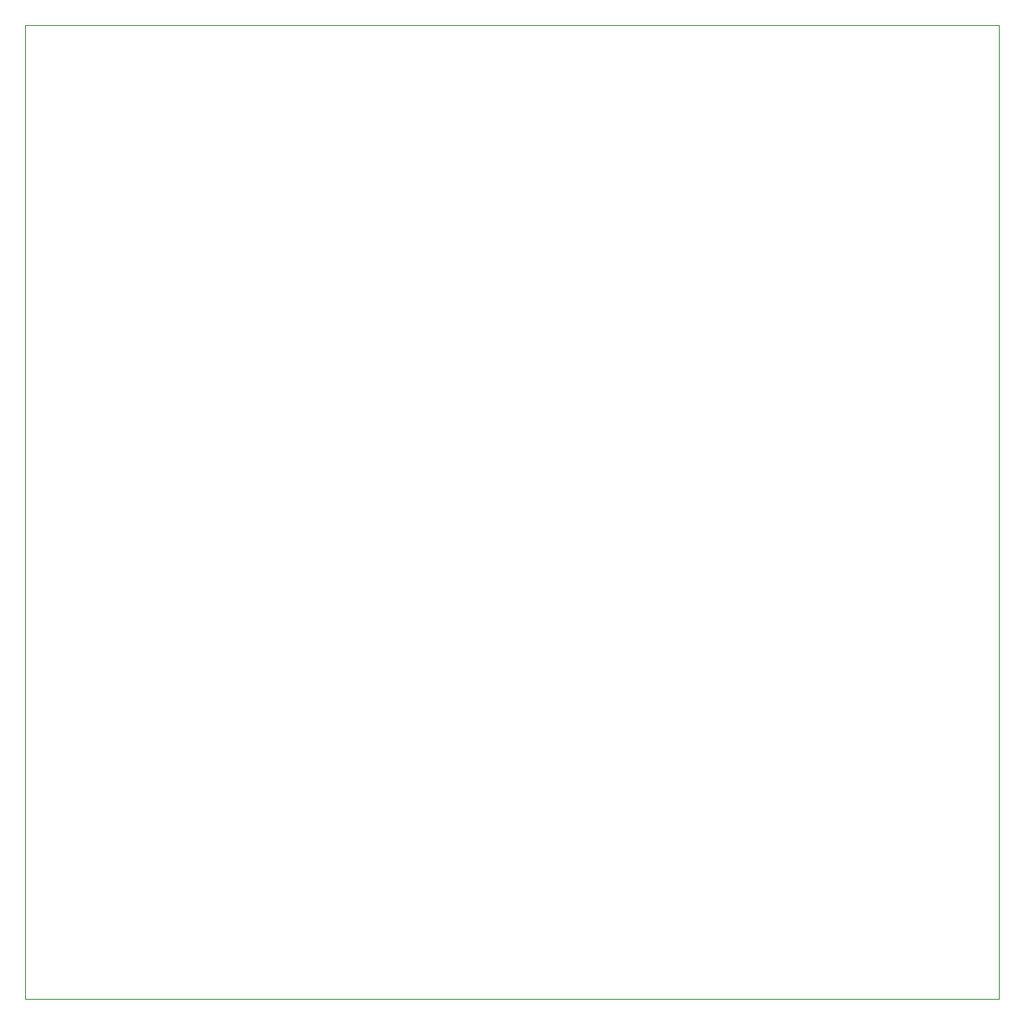
<source format=gm1>
G04 #@! TF.GenerationSoftware,KiCad,Pcbnew,8.0.0-8.0.0-1~ubuntu22.04.1*
G04 #@! TF.CreationDate,2024-03-04T18:16:01+01:00*
G04 #@! TF.ProjectId,1x1_panel,3178315f-7061-46e6-956c-2e6b69636164,rev?*
G04 #@! TF.SameCoordinates,Original*
G04 #@! TF.FileFunction,Profile,NP*
%FSLAX46Y46*%
G04 Gerber Fmt 4.6, Leading zero omitted, Abs format (unit mm)*
G04 Created by KiCad (PCBNEW 8.0.0-8.0.0-1~ubuntu22.04.1) date 2024-03-04 18:16:01*
%MOMM*%
%LPD*%
G01*
G04 APERTURE LIST*
G04 #@! TA.AperFunction,Profile*
%ADD10C,0.100000*%
G04 #@! TD*
G04 APERTURE END LIST*
D10*
X-2000000Y2000000D02*
X96500000Y2000000D01*
X96500000Y-96500000D01*
X-2000000Y-96500000D01*
X-2000000Y2000000D01*
M02*

</source>
